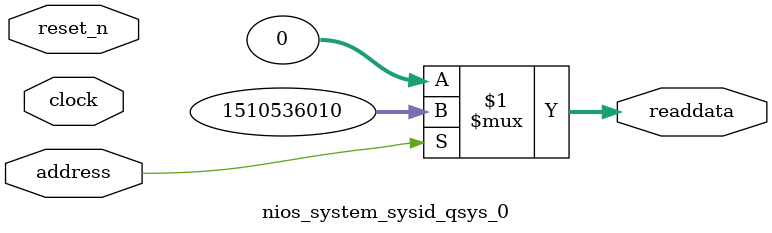
<source format=v>

`timescale 1ns / 1ps
// synthesis translate_on

// turn off superfluous verilog processor warnings 
// altera message_level Level1 
// altera message_off 10034 10035 10036 10037 10230 10240 10030 

module nios_system_sysid_qsys_0 (
               // inputs:
                address,
                clock,
                reset_n,

               // outputs:
                readdata
             )
;

  output  [ 31: 0] readdata;
  input            address;
  input            clock;
  input            reset_n;

  wire    [ 31: 0] readdata;
  //control_slave, which is an e_avalon_slave
  assign readdata = address ? 1510536010 : 0;

endmodule




</source>
